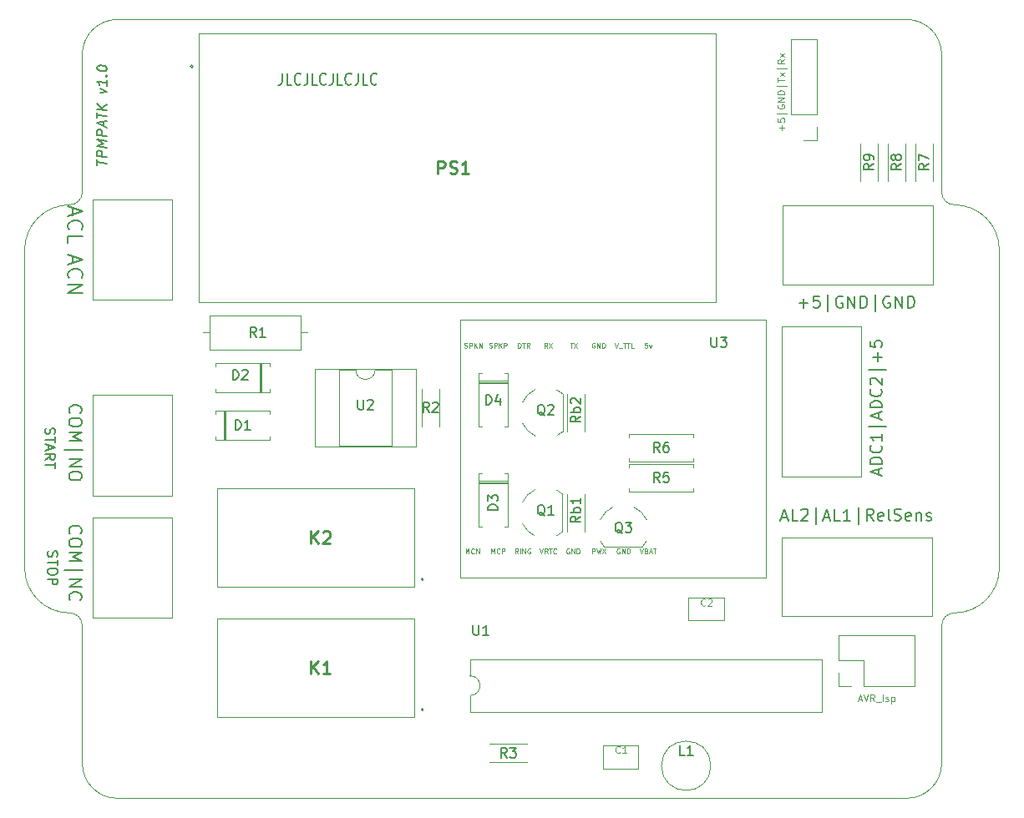
<source format=gbr>
G04 #@! TF.GenerationSoftware,KiCad,Pcbnew,(5.1.5)-3*
G04 #@! TF.CreationDate,2020-06-25T17:10:34+03:00*
G04 #@! TF.ProjectId,genv01_2,67656e76-3031-45f3-922e-6b696361645f,rev?*
G04 #@! TF.SameCoordinates,Original*
G04 #@! TF.FileFunction,Legend,Top*
G04 #@! TF.FilePolarity,Positive*
%FSLAX46Y46*%
G04 Gerber Fmt 4.6, Leading zero omitted, Abs format (unit mm)*
G04 Created by KiCad (PCBNEW (5.1.5)-3) date 2020-06-25 17:10:34*
%MOMM*%
%LPD*%
G04 APERTURE LIST*
G04 #@! TA.AperFunction,Profile*
%ADD10C,0.050000*%
G04 #@! TD*
%ADD11C,0.150000*%
%ADD12C,0.100000*%
%ADD13C,0.120000*%
%ADD14C,0.200000*%
%ADD15C,0.254000*%
G04 APERTURE END LIST*
D10*
X110744000Y-54864000D02*
X190754000Y-54864000D01*
X110744000Y-133858000D02*
G75*
G02X107188000Y-130302000I0J3556000D01*
G01*
X107188000Y-130302000D02*
X107188000Y-116332000D01*
X107188000Y-58420000D02*
G75*
G02X110744000Y-54864000I3556000J0D01*
G01*
X194310000Y-72390000D02*
X194310000Y-58420000D01*
X105918000Y-115062000D02*
G75*
G02X101346000Y-110490000I0J4572000D01*
G01*
X200152000Y-110490000D02*
G75*
G02X195580000Y-115062000I-4572000J0D01*
G01*
X190754000Y-54864000D02*
G75*
G02X194310000Y-58420000I0J-3556000D01*
G01*
X194310000Y-116332000D02*
X194310000Y-130302000D01*
X190754000Y-133858000D02*
X110744000Y-133858000D01*
X105918000Y-115062000D02*
G75*
G02X107188000Y-116332000I0J-1270000D01*
G01*
X194310000Y-130302000D02*
G75*
G02X190754000Y-133858000I-3556000J0D01*
G01*
X107188000Y-72390000D02*
X107188000Y-58420000D01*
X107188000Y-72390000D02*
G75*
G02X105918000Y-73660000I-1270000J0D01*
G01*
X195580000Y-73660000D02*
G75*
G02X194310000Y-72390000I0J1270000D01*
G01*
X194310000Y-116332000D02*
G75*
G02X195580000Y-115062000I1270000J0D01*
G01*
D11*
X105961714Y-94787619D02*
X105899809Y-94725714D01*
X105837904Y-94540000D01*
X105837904Y-94416190D01*
X105899809Y-94230476D01*
X106023619Y-94106666D01*
X106147428Y-94044761D01*
X106395047Y-93982857D01*
X106580761Y-93982857D01*
X106828380Y-94044761D01*
X106952190Y-94106666D01*
X107076000Y-94230476D01*
X107137904Y-94416190D01*
X107137904Y-94540000D01*
X107076000Y-94725714D01*
X107014095Y-94787619D01*
X107137904Y-95592380D02*
X107137904Y-95840000D01*
X107076000Y-95963809D01*
X106952190Y-96087619D01*
X106704571Y-96149523D01*
X106271238Y-96149523D01*
X106023619Y-96087619D01*
X105899809Y-95963809D01*
X105837904Y-95840000D01*
X105837904Y-95592380D01*
X105899809Y-95468571D01*
X106023619Y-95344761D01*
X106271238Y-95282857D01*
X106704571Y-95282857D01*
X106952190Y-95344761D01*
X107076000Y-95468571D01*
X107137904Y-95592380D01*
X105837904Y-96706666D02*
X107137904Y-96706666D01*
X106209333Y-97140000D01*
X107137904Y-97573333D01*
X105837904Y-97573333D01*
X105404571Y-98501904D02*
X107261714Y-98501904D01*
X105837904Y-99430476D02*
X107137904Y-99430476D01*
X105837904Y-100173333D01*
X107137904Y-100173333D01*
X107137904Y-101040000D02*
X107137904Y-101287619D01*
X107076000Y-101411428D01*
X106952190Y-101535238D01*
X106704571Y-101597142D01*
X106271238Y-101597142D01*
X106023619Y-101535238D01*
X105899809Y-101411428D01*
X105837904Y-101287619D01*
X105837904Y-101040000D01*
X105899809Y-100916190D01*
X106023619Y-100792380D01*
X106271238Y-100730476D01*
X106704571Y-100730476D01*
X106952190Y-100792380D01*
X107076000Y-100916190D01*
X107137904Y-101040000D01*
X103481238Y-96321809D02*
X103433619Y-96464666D01*
X103433619Y-96702761D01*
X103481238Y-96798000D01*
X103528857Y-96845619D01*
X103624095Y-96893238D01*
X103719333Y-96893238D01*
X103814571Y-96845619D01*
X103862190Y-96798000D01*
X103909809Y-96702761D01*
X103957428Y-96512285D01*
X104005047Y-96417047D01*
X104052666Y-96369428D01*
X104147904Y-96321809D01*
X104243142Y-96321809D01*
X104338380Y-96369428D01*
X104386000Y-96417047D01*
X104433619Y-96512285D01*
X104433619Y-96750380D01*
X104386000Y-96893238D01*
X104433619Y-97178952D02*
X104433619Y-97750380D01*
X103433619Y-97464666D02*
X104433619Y-97464666D01*
X103719333Y-98036095D02*
X103719333Y-98512285D01*
X103433619Y-97940857D02*
X104433619Y-98274190D01*
X103433619Y-98607523D01*
X103433619Y-99512285D02*
X103909809Y-99178952D01*
X103433619Y-98940857D02*
X104433619Y-98940857D01*
X104433619Y-99321809D01*
X104386000Y-99417047D01*
X104338380Y-99464666D01*
X104243142Y-99512285D01*
X104100285Y-99512285D01*
X104005047Y-99464666D01*
X103957428Y-99417047D01*
X103909809Y-99321809D01*
X103909809Y-98940857D01*
X104433619Y-99798000D02*
X104433619Y-100369428D01*
X103433619Y-100083714D02*
X104433619Y-100083714D01*
X106176000Y-78879142D02*
X106176000Y-79593428D01*
X105747428Y-78736285D02*
X107247428Y-79236285D01*
X105747428Y-79736285D01*
X105890285Y-81093428D02*
X105818857Y-81022000D01*
X105747428Y-80807714D01*
X105747428Y-80664857D01*
X105818857Y-80450571D01*
X105961714Y-80307714D01*
X106104571Y-80236285D01*
X106390285Y-80164857D01*
X106604571Y-80164857D01*
X106890285Y-80236285D01*
X107033142Y-80307714D01*
X107176000Y-80450571D01*
X107247428Y-80664857D01*
X107247428Y-80807714D01*
X107176000Y-81022000D01*
X107104571Y-81093428D01*
X105747428Y-81736285D02*
X107247428Y-81736285D01*
X105747428Y-82593428D01*
X107247428Y-82593428D01*
X179845428Y-83651714D02*
X180759714Y-83651714D01*
X180302571Y-84108857D02*
X180302571Y-83194571D01*
X181902571Y-82908857D02*
X181331142Y-82908857D01*
X181274000Y-83480285D01*
X181331142Y-83423142D01*
X181445428Y-83366000D01*
X181731142Y-83366000D01*
X181845428Y-83423142D01*
X181902571Y-83480285D01*
X181959714Y-83594571D01*
X181959714Y-83880285D01*
X181902571Y-83994571D01*
X181845428Y-84051714D01*
X181731142Y-84108857D01*
X181445428Y-84108857D01*
X181331142Y-84051714D01*
X181274000Y-83994571D01*
X182759714Y-84508857D02*
X182759714Y-82794571D01*
X184245428Y-82966000D02*
X184131142Y-82908857D01*
X183959714Y-82908857D01*
X183788285Y-82966000D01*
X183674000Y-83080285D01*
X183616857Y-83194571D01*
X183559714Y-83423142D01*
X183559714Y-83594571D01*
X183616857Y-83823142D01*
X183674000Y-83937428D01*
X183788285Y-84051714D01*
X183959714Y-84108857D01*
X184074000Y-84108857D01*
X184245428Y-84051714D01*
X184302571Y-83994571D01*
X184302571Y-83594571D01*
X184074000Y-83594571D01*
X184816857Y-84108857D02*
X184816857Y-82908857D01*
X185502571Y-84108857D01*
X185502571Y-82908857D01*
X186074000Y-84108857D02*
X186074000Y-82908857D01*
X186359714Y-82908857D01*
X186531142Y-82966000D01*
X186645428Y-83080285D01*
X186702571Y-83194571D01*
X186759714Y-83423142D01*
X186759714Y-83594571D01*
X186702571Y-83823142D01*
X186645428Y-83937428D01*
X186531142Y-84051714D01*
X186359714Y-84108857D01*
X186074000Y-84108857D01*
X187559714Y-84508857D02*
X187559714Y-82794571D01*
X189045428Y-82966000D02*
X188931142Y-82908857D01*
X188759714Y-82908857D01*
X188588285Y-82966000D01*
X188474000Y-83080285D01*
X188416857Y-83194571D01*
X188359714Y-83423142D01*
X188359714Y-83594571D01*
X188416857Y-83823142D01*
X188474000Y-83937428D01*
X188588285Y-84051714D01*
X188759714Y-84108857D01*
X188874000Y-84108857D01*
X189045428Y-84051714D01*
X189102571Y-83994571D01*
X189102571Y-83594571D01*
X188874000Y-83594571D01*
X189616857Y-84108857D02*
X189616857Y-82908857D01*
X190302571Y-84108857D01*
X190302571Y-82908857D01*
X190874000Y-84108857D02*
X190874000Y-82908857D01*
X191159714Y-82908857D01*
X191331142Y-82966000D01*
X191445428Y-83080285D01*
X191502571Y-83194571D01*
X191559714Y-83423142D01*
X191559714Y-83594571D01*
X191502571Y-83823142D01*
X191445428Y-83937428D01*
X191331142Y-84051714D01*
X191159714Y-84108857D01*
X190874000Y-84108857D01*
X187906000Y-101034000D02*
X187906000Y-100462571D01*
X188248857Y-101148285D02*
X187048857Y-100748285D01*
X188248857Y-100348285D01*
X188248857Y-99948285D02*
X187048857Y-99948285D01*
X187048857Y-99662571D01*
X187106000Y-99491142D01*
X187220285Y-99376857D01*
X187334571Y-99319714D01*
X187563142Y-99262571D01*
X187734571Y-99262571D01*
X187963142Y-99319714D01*
X188077428Y-99376857D01*
X188191714Y-99491142D01*
X188248857Y-99662571D01*
X188248857Y-99948285D01*
X188134571Y-98062571D02*
X188191714Y-98119714D01*
X188248857Y-98291142D01*
X188248857Y-98405428D01*
X188191714Y-98576857D01*
X188077428Y-98691142D01*
X187963142Y-98748285D01*
X187734571Y-98805428D01*
X187563142Y-98805428D01*
X187334571Y-98748285D01*
X187220285Y-98691142D01*
X187106000Y-98576857D01*
X187048857Y-98405428D01*
X187048857Y-98291142D01*
X187106000Y-98119714D01*
X187163142Y-98062571D01*
X188248857Y-96919714D02*
X188248857Y-97605428D01*
X188248857Y-97262571D02*
X187048857Y-97262571D01*
X187220285Y-97376857D01*
X187334571Y-97491142D01*
X187391714Y-97605428D01*
X188648857Y-96119714D02*
X186934571Y-96119714D01*
X187906000Y-95319714D02*
X187906000Y-94748285D01*
X188248857Y-95434000D02*
X187048857Y-95034000D01*
X188248857Y-94634000D01*
X188248857Y-94234000D02*
X187048857Y-94234000D01*
X187048857Y-93948285D01*
X187106000Y-93776857D01*
X187220285Y-93662571D01*
X187334571Y-93605428D01*
X187563142Y-93548285D01*
X187734571Y-93548285D01*
X187963142Y-93605428D01*
X188077428Y-93662571D01*
X188191714Y-93776857D01*
X188248857Y-93948285D01*
X188248857Y-94234000D01*
X188134571Y-92348285D02*
X188191714Y-92405428D01*
X188248857Y-92576857D01*
X188248857Y-92691142D01*
X188191714Y-92862571D01*
X188077428Y-92976857D01*
X187963142Y-93034000D01*
X187734571Y-93091142D01*
X187563142Y-93091142D01*
X187334571Y-93034000D01*
X187220285Y-92976857D01*
X187106000Y-92862571D01*
X187048857Y-92691142D01*
X187048857Y-92576857D01*
X187106000Y-92405428D01*
X187163142Y-92348285D01*
X187163142Y-91891142D02*
X187106000Y-91834000D01*
X187048857Y-91719714D01*
X187048857Y-91434000D01*
X187106000Y-91319714D01*
X187163142Y-91262571D01*
X187277428Y-91205428D01*
X187391714Y-91205428D01*
X187563142Y-91262571D01*
X188248857Y-91948285D01*
X188248857Y-91205428D01*
X188648857Y-90405428D02*
X186934571Y-90405428D01*
X187791714Y-89548285D02*
X187791714Y-88634000D01*
X188248857Y-89091142D02*
X187334571Y-89091142D01*
X187048857Y-87491142D02*
X187048857Y-88062571D01*
X187620285Y-88119714D01*
X187563142Y-88062571D01*
X187506000Y-87948285D01*
X187506000Y-87662571D01*
X187563142Y-87548285D01*
X187620285Y-87491142D01*
X187734571Y-87434000D01*
X188020285Y-87434000D01*
X188134571Y-87491142D01*
X188191714Y-87548285D01*
X188248857Y-87662571D01*
X188248857Y-87948285D01*
X188191714Y-88062571D01*
X188134571Y-88119714D01*
X108672380Y-69610032D02*
X108672380Y-69038604D01*
X109672380Y-69449318D02*
X108672380Y-69324318D01*
X109672380Y-68830270D02*
X108672380Y-68705270D01*
X108672380Y-68324318D01*
X108720000Y-68235032D01*
X108767619Y-68193366D01*
X108862857Y-68157651D01*
X109005714Y-68175508D01*
X109100952Y-68235032D01*
X109148571Y-68288604D01*
X109196190Y-68389794D01*
X109196190Y-68770747D01*
X109672380Y-67830270D02*
X108672380Y-67705270D01*
X109386666Y-67461223D01*
X108672380Y-67038604D01*
X109672380Y-67163604D01*
X109672380Y-66687413D02*
X108672380Y-66562413D01*
X108672380Y-66181461D01*
X108720000Y-66092175D01*
X108767619Y-66050508D01*
X108862857Y-66014794D01*
X109005714Y-66032651D01*
X109100952Y-66092175D01*
X109148571Y-66145747D01*
X109196190Y-66246937D01*
X109196190Y-66627889D01*
X109386666Y-65699318D02*
X109386666Y-65223127D01*
X109672380Y-65830270D02*
X108672380Y-65371937D01*
X109672380Y-65163604D01*
X108672380Y-64848127D02*
X108672380Y-64276699D01*
X109672380Y-64687413D02*
X108672380Y-64562413D01*
X109672380Y-64068366D02*
X108672380Y-63943366D01*
X109672380Y-63496937D02*
X109100952Y-63854080D01*
X108672380Y-63371937D02*
X109243809Y-64014794D01*
X109005714Y-62318366D02*
X109672380Y-62163604D01*
X109005714Y-61842175D01*
X109672380Y-61020747D02*
X109672380Y-61592175D01*
X109672380Y-61306461D02*
X108672380Y-61181461D01*
X108815238Y-61294556D01*
X108910476Y-61401699D01*
X108958095Y-61502889D01*
X109577142Y-60580270D02*
X109624761Y-60538604D01*
X109672380Y-60592175D01*
X109624761Y-60633842D01*
X109577142Y-60580270D01*
X109672380Y-60592175D01*
X108672380Y-59800508D02*
X108672380Y-59705270D01*
X108720000Y-59615985D01*
X108767619Y-59574318D01*
X108862857Y-59538604D01*
X109053333Y-59514794D01*
X109291428Y-59544556D01*
X109481904Y-59615985D01*
X109577142Y-59675508D01*
X109624761Y-59729080D01*
X109672380Y-59830270D01*
X109672380Y-59925508D01*
X109624761Y-60014794D01*
X109577142Y-60056461D01*
X109481904Y-60092175D01*
X109291428Y-60115985D01*
X109053333Y-60086223D01*
X108862857Y-60014794D01*
X108767619Y-59955270D01*
X108720000Y-59901699D01*
X108672380Y-59800508D01*
X127460952Y-60302857D02*
X127460952Y-61160000D01*
X127413333Y-61331428D01*
X127318095Y-61445714D01*
X127175238Y-61502857D01*
X127080000Y-61502857D01*
X128413333Y-61502857D02*
X127937142Y-61502857D01*
X127937142Y-60302857D01*
X129318095Y-61388571D02*
X129270476Y-61445714D01*
X129127619Y-61502857D01*
X129032380Y-61502857D01*
X128889523Y-61445714D01*
X128794285Y-61331428D01*
X128746666Y-61217142D01*
X128699047Y-60988571D01*
X128699047Y-60817142D01*
X128746666Y-60588571D01*
X128794285Y-60474285D01*
X128889523Y-60360000D01*
X129032380Y-60302857D01*
X129127619Y-60302857D01*
X129270476Y-60360000D01*
X129318095Y-60417142D01*
X130032380Y-60302857D02*
X130032380Y-61160000D01*
X129984761Y-61331428D01*
X129889523Y-61445714D01*
X129746666Y-61502857D01*
X129651428Y-61502857D01*
X130984761Y-61502857D02*
X130508571Y-61502857D01*
X130508571Y-60302857D01*
X131889523Y-61388571D02*
X131841904Y-61445714D01*
X131699047Y-61502857D01*
X131603809Y-61502857D01*
X131460952Y-61445714D01*
X131365714Y-61331428D01*
X131318095Y-61217142D01*
X131270476Y-60988571D01*
X131270476Y-60817142D01*
X131318095Y-60588571D01*
X131365714Y-60474285D01*
X131460952Y-60360000D01*
X131603809Y-60302857D01*
X131699047Y-60302857D01*
X131841904Y-60360000D01*
X131889523Y-60417142D01*
X132603809Y-60302857D02*
X132603809Y-61160000D01*
X132556190Y-61331428D01*
X132460952Y-61445714D01*
X132318095Y-61502857D01*
X132222857Y-61502857D01*
X133556190Y-61502857D02*
X133080000Y-61502857D01*
X133080000Y-60302857D01*
X134460952Y-61388571D02*
X134413333Y-61445714D01*
X134270476Y-61502857D01*
X134175238Y-61502857D01*
X134032380Y-61445714D01*
X133937142Y-61331428D01*
X133889523Y-61217142D01*
X133841904Y-60988571D01*
X133841904Y-60817142D01*
X133889523Y-60588571D01*
X133937142Y-60474285D01*
X134032380Y-60360000D01*
X134175238Y-60302857D01*
X134270476Y-60302857D01*
X134413333Y-60360000D01*
X134460952Y-60417142D01*
X135175238Y-60302857D02*
X135175238Y-61160000D01*
X135127619Y-61331428D01*
X135032380Y-61445714D01*
X134889523Y-61502857D01*
X134794285Y-61502857D01*
X136127619Y-61502857D02*
X135651428Y-61502857D01*
X135651428Y-60302857D01*
X137032380Y-61388571D02*
X136984761Y-61445714D01*
X136841904Y-61502857D01*
X136746666Y-61502857D01*
X136603809Y-61445714D01*
X136508571Y-61331428D01*
X136460952Y-61217142D01*
X136413333Y-60988571D01*
X136413333Y-60817142D01*
X136460952Y-60588571D01*
X136508571Y-60474285D01*
X136603809Y-60360000D01*
X136746666Y-60302857D01*
X136841904Y-60302857D01*
X136984761Y-60360000D01*
X137032380Y-60417142D01*
X178074000Y-105356000D02*
X178645428Y-105356000D01*
X177959714Y-105698857D02*
X178359714Y-104498857D01*
X178759714Y-105698857D01*
X179731142Y-105698857D02*
X179159714Y-105698857D01*
X179159714Y-104498857D01*
X180074000Y-104613142D02*
X180131142Y-104556000D01*
X180245428Y-104498857D01*
X180531142Y-104498857D01*
X180645428Y-104556000D01*
X180702571Y-104613142D01*
X180759714Y-104727428D01*
X180759714Y-104841714D01*
X180702571Y-105013142D01*
X180016857Y-105698857D01*
X180759714Y-105698857D01*
X181559714Y-106098857D02*
X181559714Y-104384571D01*
X182359714Y-105356000D02*
X182931142Y-105356000D01*
X182245428Y-105698857D02*
X182645428Y-104498857D01*
X183045428Y-105698857D01*
X184016857Y-105698857D02*
X183445428Y-105698857D01*
X183445428Y-104498857D01*
X185045428Y-105698857D02*
X184359714Y-105698857D01*
X184702571Y-105698857D02*
X184702571Y-104498857D01*
X184588285Y-104670285D01*
X184474000Y-104784571D01*
X184359714Y-104841714D01*
X185845428Y-106098857D02*
X185845428Y-104384571D01*
X187388285Y-105698857D02*
X186988285Y-105127428D01*
X186702571Y-105698857D02*
X186702571Y-104498857D01*
X187159714Y-104498857D01*
X187274000Y-104556000D01*
X187331142Y-104613142D01*
X187388285Y-104727428D01*
X187388285Y-104898857D01*
X187331142Y-105013142D01*
X187274000Y-105070285D01*
X187159714Y-105127428D01*
X186702571Y-105127428D01*
X188359714Y-105641714D02*
X188245428Y-105698857D01*
X188016857Y-105698857D01*
X187902571Y-105641714D01*
X187845428Y-105527428D01*
X187845428Y-105070285D01*
X187902571Y-104956000D01*
X188016857Y-104898857D01*
X188245428Y-104898857D01*
X188359714Y-104956000D01*
X188416857Y-105070285D01*
X188416857Y-105184571D01*
X187845428Y-105298857D01*
X189102571Y-105698857D02*
X188988285Y-105641714D01*
X188931142Y-105527428D01*
X188931142Y-104498857D01*
X189502571Y-105641714D02*
X189674000Y-105698857D01*
X189959714Y-105698857D01*
X190074000Y-105641714D01*
X190131142Y-105584571D01*
X190188285Y-105470285D01*
X190188285Y-105356000D01*
X190131142Y-105241714D01*
X190074000Y-105184571D01*
X189959714Y-105127428D01*
X189731142Y-105070285D01*
X189616857Y-105013142D01*
X189559714Y-104956000D01*
X189502571Y-104841714D01*
X189502571Y-104727428D01*
X189559714Y-104613142D01*
X189616857Y-104556000D01*
X189731142Y-104498857D01*
X190016857Y-104498857D01*
X190188285Y-104556000D01*
X191159714Y-105641714D02*
X191045428Y-105698857D01*
X190816857Y-105698857D01*
X190702571Y-105641714D01*
X190645428Y-105527428D01*
X190645428Y-105070285D01*
X190702571Y-104956000D01*
X190816857Y-104898857D01*
X191045428Y-104898857D01*
X191159714Y-104956000D01*
X191216857Y-105070285D01*
X191216857Y-105184571D01*
X190645428Y-105298857D01*
X191731142Y-104898857D02*
X191731142Y-105698857D01*
X191731142Y-105013142D02*
X191788285Y-104956000D01*
X191902571Y-104898857D01*
X192074000Y-104898857D01*
X192188285Y-104956000D01*
X192245428Y-105070285D01*
X192245428Y-105698857D01*
X192759714Y-105641714D02*
X192874000Y-105698857D01*
X193102571Y-105698857D01*
X193216857Y-105641714D01*
X193274000Y-105527428D01*
X193274000Y-105470285D01*
X193216857Y-105356000D01*
X193102571Y-105298857D01*
X192931142Y-105298857D01*
X192816857Y-105241714D01*
X192759714Y-105127428D01*
X192759714Y-105070285D01*
X192816857Y-104956000D01*
X192931142Y-104898857D01*
X193102571Y-104898857D01*
X193216857Y-104956000D01*
D12*
X185856000Y-123814666D02*
X186189333Y-123814666D01*
X185789333Y-124014666D02*
X186022666Y-123314666D01*
X186256000Y-124014666D01*
X186389333Y-123314666D02*
X186622666Y-124014666D01*
X186856000Y-123314666D01*
X187489333Y-124014666D02*
X187256000Y-123681333D01*
X187089333Y-124014666D02*
X187089333Y-123314666D01*
X187356000Y-123314666D01*
X187422666Y-123348000D01*
X187456000Y-123381333D01*
X187489333Y-123448000D01*
X187489333Y-123548000D01*
X187456000Y-123614666D01*
X187422666Y-123648000D01*
X187356000Y-123681333D01*
X187089333Y-123681333D01*
X187622666Y-124081333D02*
X188156000Y-124081333D01*
X188322666Y-124014666D02*
X188322666Y-123314666D01*
X188622666Y-123981333D02*
X188689333Y-124014666D01*
X188822666Y-124014666D01*
X188889333Y-123981333D01*
X188922666Y-123914666D01*
X188922666Y-123881333D01*
X188889333Y-123814666D01*
X188822666Y-123781333D01*
X188722666Y-123781333D01*
X188656000Y-123748000D01*
X188622666Y-123681333D01*
X188622666Y-123648000D01*
X188656000Y-123581333D01*
X188722666Y-123548000D01*
X188822666Y-123548000D01*
X188889333Y-123581333D01*
X189222666Y-123548000D02*
X189222666Y-124248000D01*
X189222666Y-123581333D02*
X189289333Y-123548000D01*
X189422666Y-123548000D01*
X189489333Y-123581333D01*
X189522666Y-123614666D01*
X189556000Y-123681333D01*
X189556000Y-123881333D01*
X189522666Y-123948000D01*
X189489333Y-123981333D01*
X189422666Y-124014666D01*
X189289333Y-124014666D01*
X189222666Y-123981333D01*
X178104000Y-66080000D02*
X178104000Y-65546666D01*
X178370666Y-65813333D02*
X177837333Y-65813333D01*
X177670666Y-64880000D02*
X177670666Y-65213333D01*
X178004000Y-65246666D01*
X177970666Y-65213333D01*
X177937333Y-65146666D01*
X177937333Y-64980000D01*
X177970666Y-64913333D01*
X178004000Y-64880000D01*
X178070666Y-64846666D01*
X178237333Y-64846666D01*
X178304000Y-64880000D01*
X178337333Y-64913333D01*
X178370666Y-64980000D01*
X178370666Y-65146666D01*
X178337333Y-65213333D01*
X178304000Y-65246666D01*
X178604000Y-64380000D02*
X177604000Y-64380000D01*
X177704000Y-63513333D02*
X177670666Y-63580000D01*
X177670666Y-63680000D01*
X177704000Y-63780000D01*
X177770666Y-63846666D01*
X177837333Y-63880000D01*
X177970666Y-63913333D01*
X178070666Y-63913333D01*
X178204000Y-63880000D01*
X178270666Y-63846666D01*
X178337333Y-63780000D01*
X178370666Y-63680000D01*
X178370666Y-63613333D01*
X178337333Y-63513333D01*
X178304000Y-63480000D01*
X178070666Y-63480000D01*
X178070666Y-63613333D01*
X178370666Y-63180000D02*
X177670666Y-63180000D01*
X178370666Y-62780000D01*
X177670666Y-62780000D01*
X178370666Y-62446666D02*
X177670666Y-62446666D01*
X177670666Y-62280000D01*
X177704000Y-62180000D01*
X177770666Y-62113333D01*
X177837333Y-62080000D01*
X177970666Y-62046666D01*
X178070666Y-62046666D01*
X178204000Y-62080000D01*
X178270666Y-62113333D01*
X178337333Y-62180000D01*
X178370666Y-62280000D01*
X178370666Y-62446666D01*
X178604000Y-61580000D02*
X177604000Y-61580000D01*
X177670666Y-61180000D02*
X177670666Y-60780000D01*
X178370666Y-60980000D02*
X177670666Y-60980000D01*
X178370666Y-60613333D02*
X177904000Y-60246666D01*
X177904000Y-60613333D02*
X178370666Y-60246666D01*
X178604000Y-59813333D02*
X177604000Y-59813333D01*
X178370666Y-58913333D02*
X178037333Y-59146666D01*
X178370666Y-59313333D02*
X177670666Y-59313333D01*
X177670666Y-59046666D01*
X177704000Y-58980000D01*
X177737333Y-58946666D01*
X177804000Y-58913333D01*
X177904000Y-58913333D01*
X177970666Y-58946666D01*
X178004000Y-58980000D01*
X178037333Y-59046666D01*
X178037333Y-59313333D01*
X178370666Y-58680000D02*
X177904000Y-58313333D01*
X177904000Y-58680000D02*
X178370666Y-58313333D01*
D11*
X105961714Y-107010571D02*
X105899809Y-106948666D01*
X105837904Y-106762952D01*
X105837904Y-106639142D01*
X105899809Y-106453428D01*
X106023619Y-106329619D01*
X106147428Y-106267714D01*
X106395047Y-106205809D01*
X106580761Y-106205809D01*
X106828380Y-106267714D01*
X106952190Y-106329619D01*
X107076000Y-106453428D01*
X107137904Y-106639142D01*
X107137904Y-106762952D01*
X107076000Y-106948666D01*
X107014095Y-107010571D01*
X107137904Y-107815333D02*
X107137904Y-108062952D01*
X107076000Y-108186761D01*
X106952190Y-108310571D01*
X106704571Y-108372476D01*
X106271238Y-108372476D01*
X106023619Y-108310571D01*
X105899809Y-108186761D01*
X105837904Y-108062952D01*
X105837904Y-107815333D01*
X105899809Y-107691523D01*
X106023619Y-107567714D01*
X106271238Y-107505809D01*
X106704571Y-107505809D01*
X106952190Y-107567714D01*
X107076000Y-107691523D01*
X107137904Y-107815333D01*
X105837904Y-108929619D02*
X107137904Y-108929619D01*
X106209333Y-109362952D01*
X107137904Y-109796285D01*
X105837904Y-109796285D01*
X105404571Y-110724857D02*
X107261714Y-110724857D01*
X105837904Y-111653428D02*
X107137904Y-111653428D01*
X105837904Y-112396285D01*
X107137904Y-112396285D01*
X105961714Y-113758190D02*
X105899809Y-113696285D01*
X105837904Y-113510571D01*
X105837904Y-113386761D01*
X105899809Y-113201047D01*
X106023619Y-113077238D01*
X106147428Y-113015333D01*
X106395047Y-112953428D01*
X106580761Y-112953428D01*
X106828380Y-113015333D01*
X106952190Y-113077238D01*
X107076000Y-113201047D01*
X107137904Y-113386761D01*
X107137904Y-113510571D01*
X107076000Y-113696285D01*
X107014095Y-113758190D01*
X103735238Y-108799523D02*
X103687619Y-108942380D01*
X103687619Y-109180476D01*
X103735238Y-109275714D01*
X103782857Y-109323333D01*
X103878095Y-109370952D01*
X103973333Y-109370952D01*
X104068571Y-109323333D01*
X104116190Y-109275714D01*
X104163809Y-109180476D01*
X104211428Y-108990000D01*
X104259047Y-108894761D01*
X104306666Y-108847142D01*
X104401904Y-108799523D01*
X104497142Y-108799523D01*
X104592380Y-108847142D01*
X104640000Y-108894761D01*
X104687619Y-108990000D01*
X104687619Y-109228095D01*
X104640000Y-109370952D01*
X104687619Y-109656666D02*
X104687619Y-110228095D01*
X103687619Y-109942380D02*
X104687619Y-109942380D01*
X104687619Y-110751904D02*
X104687619Y-110942380D01*
X104640000Y-111037619D01*
X104544761Y-111132857D01*
X104354285Y-111180476D01*
X104020952Y-111180476D01*
X103830476Y-111132857D01*
X103735238Y-111037619D01*
X103687619Y-110942380D01*
X103687619Y-110751904D01*
X103735238Y-110656666D01*
X103830476Y-110561428D01*
X104020952Y-110513809D01*
X104354285Y-110513809D01*
X104544761Y-110561428D01*
X104640000Y-110656666D01*
X104687619Y-110751904D01*
X103687619Y-111609047D02*
X104687619Y-111609047D01*
X104687619Y-111990000D01*
X104640000Y-112085238D01*
X104592380Y-112132857D01*
X104497142Y-112180476D01*
X104354285Y-112180476D01*
X104259047Y-112132857D01*
X104211428Y-112085238D01*
X104163809Y-111990000D01*
X104163809Y-111609047D01*
X106176000Y-73977714D02*
X106176000Y-74692000D01*
X105747428Y-73834857D02*
X107247428Y-74334857D01*
X105747428Y-74834857D01*
X105890285Y-76192000D02*
X105818857Y-76120571D01*
X105747428Y-75906285D01*
X105747428Y-75763428D01*
X105818857Y-75549142D01*
X105961714Y-75406285D01*
X106104571Y-75334857D01*
X106390285Y-75263428D01*
X106604571Y-75263428D01*
X106890285Y-75334857D01*
X107033142Y-75406285D01*
X107176000Y-75549142D01*
X107247428Y-75763428D01*
X107247428Y-75906285D01*
X107176000Y-76120571D01*
X107104571Y-76192000D01*
X105747428Y-77549142D02*
X105747428Y-76834857D01*
X107247428Y-76834857D01*
D10*
X101346000Y-78232000D02*
G75*
G02X105918000Y-73660000I4572000J0D01*
G01*
X200152000Y-78232000D02*
X200152000Y-110490000D01*
X101346000Y-78232000D02*
X101346000Y-110490000D01*
X195580000Y-73660000D02*
G75*
G02X200152000Y-78232000I0J-4572000D01*
G01*
D13*
G04 #@! TO.C,C2*
X172256000Y-113524000D02*
X172256000Y-115824000D01*
X168656000Y-113524000D02*
X168656000Y-115824000D01*
X168656000Y-113524000D02*
X172256000Y-113524000D01*
X168656000Y-115824000D02*
X172256000Y-115824000D01*
G04 #@! TO.C,C1*
X159976000Y-130824000D02*
X159976000Y-128524000D01*
X163576000Y-130824000D02*
X163576000Y-128524000D01*
X163576000Y-130824000D02*
X159976000Y-130824000D01*
X163576000Y-128524000D02*
X159976000Y-128524000D01*
G04 #@! TO.C,J2*
X186118000Y-101219000D02*
X186118000Y-85979000D01*
X178118000Y-85979000D02*
X178118000Y-101219000D01*
X178118000Y-85979000D02*
X186118000Y-85979000D01*
X178118000Y-101219000D02*
X186118000Y-101219000D01*
G04 #@! TO.C,J3*
X193357500Y-107379000D02*
X178117500Y-107379000D01*
X178117500Y-115379000D02*
X193357500Y-115379000D01*
X178117500Y-115379000D02*
X178117500Y-107379000D01*
X193357500Y-115379000D02*
X193357500Y-107379000D01*
G04 #@! TO.C,J1*
X193421000Y-73724000D02*
X178181000Y-73724000D01*
X178181000Y-81724000D02*
X193421000Y-81724000D01*
X178181000Y-81724000D02*
X178181000Y-73724000D01*
X193421000Y-81724000D02*
X193421000Y-73724000D01*
G04 #@! TO.C,U3*
X176530000Y-111504000D02*
X176530000Y-85344000D01*
X145530000Y-111504000D02*
X176530000Y-111504000D01*
X145530000Y-85344000D02*
X145530000Y-111504000D01*
X176530000Y-85344000D02*
X145530000Y-85344000D01*
G04 #@! TO.C,Rb1*
X158146000Y-106822000D02*
X158146000Y-102982000D01*
X156306000Y-106822000D02*
X156306000Y-102982000D01*
G04 #@! TO.C,Rb2*
X156306000Y-92822000D02*
X156306000Y-96662000D01*
X158146000Y-92822000D02*
X158146000Y-96662000D01*
G04 #@! TO.C,J8*
X108268000Y-105390000D02*
X108268000Y-105650000D01*
X116268000Y-105650000D02*
X116268000Y-105390000D01*
X116268000Y-105650000D02*
X116268000Y-115570000D01*
X108268000Y-105650000D02*
X108268000Y-115570000D01*
X108268000Y-105390000D02*
X116268000Y-105390000D01*
X108268000Y-115570000D02*
X116268000Y-115570000D01*
G04 #@! TO.C,R2*
X141574000Y-92314000D02*
X141574000Y-96154000D01*
X143414000Y-92314000D02*
X143414000Y-96154000D01*
D12*
G04 #@! TO.C,K2*
X140868000Y-102442000D02*
X120868000Y-102442000D01*
X120868000Y-102442000D02*
X120868000Y-112442000D01*
X120868000Y-112442000D02*
X140868000Y-112442000D01*
X140868000Y-112442000D02*
X140868000Y-102442000D01*
D14*
X141668000Y-111742000D02*
X141668000Y-111742000D01*
X141668000Y-111542000D02*
X141668000Y-111542000D01*
X141668000Y-111542000D02*
G75*
G03X141668000Y-111742000I0J-100000D01*
G01*
X141668000Y-111742000D02*
G75*
G03X141668000Y-111542000I0J100000D01*
G01*
D13*
G04 #@! TO.C,R1*
X119404000Y-86614000D02*
X120094000Y-86614000D01*
X130024000Y-86614000D02*
X129334000Y-86614000D01*
X120094000Y-88334000D02*
X129334000Y-88334000D01*
X120094000Y-84894000D02*
X120094000Y-88334000D01*
X129334000Y-84894000D02*
X120094000Y-84894000D01*
X129334000Y-88334000D02*
X129334000Y-84894000D01*
G04 #@! TO.C,J6*
X108268000Y-73132000D02*
X108268000Y-73392000D01*
X116268000Y-73392000D02*
X116268000Y-73132000D01*
X116268000Y-73392000D02*
X116268000Y-83312000D01*
X108268000Y-73392000D02*
X108268000Y-83312000D01*
X108268000Y-73132000D02*
X116268000Y-73132000D01*
X108268000Y-83312000D02*
X116268000Y-83312000D01*
G04 #@! TO.C,R9*
X187864000Y-71262000D02*
X187864000Y-67422000D01*
X186024000Y-71262000D02*
X186024000Y-67422000D01*
G04 #@! TO.C,R8*
X190658000Y-71262000D02*
X190658000Y-67422000D01*
X188818000Y-71262000D02*
X188818000Y-67422000D01*
G04 #@! TO.C,D1*
X121504000Y-94542000D02*
X121504000Y-97482000D01*
X121744000Y-94542000D02*
X121744000Y-97482000D01*
X121624000Y-94542000D02*
X121624000Y-97482000D01*
X126164000Y-97482000D02*
X126164000Y-97152000D01*
X120724000Y-97482000D02*
X126164000Y-97482000D01*
X120724000Y-97152000D02*
X120724000Y-97482000D01*
X126164000Y-94542000D02*
X126164000Y-94872000D01*
X120724000Y-94542000D02*
X126164000Y-94542000D01*
X120724000Y-94872000D02*
X120724000Y-94542000D01*
G04 #@! TO.C,U2*
X141030000Y-90304000D02*
X130750000Y-90304000D01*
X141030000Y-98164000D02*
X141030000Y-90304000D01*
X130750000Y-98164000D02*
X141030000Y-98164000D01*
X130750000Y-90304000D02*
X130750000Y-98164000D01*
X138540000Y-90364000D02*
X136890000Y-90364000D01*
X138540000Y-98104000D02*
X138540000Y-90364000D01*
X133240000Y-98104000D02*
X138540000Y-98104000D01*
X133240000Y-90364000D02*
X133240000Y-98104000D01*
X134890000Y-90364000D02*
X133240000Y-90364000D01*
X136890000Y-90364000D02*
G75*
G02X134890000Y-90364000I-1000000J0D01*
G01*
G04 #@! TO.C,R7*
X191612000Y-67422000D02*
X191612000Y-71262000D01*
X193452000Y-67422000D02*
X193452000Y-71262000D01*
D12*
G04 #@! TO.C,PS1*
X118980000Y-83513500D02*
X171380000Y-83513500D01*
X171380000Y-83513500D02*
X171380000Y-56313500D01*
X171380000Y-56313500D02*
X118980000Y-56313500D01*
X118980000Y-56313500D02*
X118980000Y-83513500D01*
D14*
X118280000Y-59513500D02*
X118280000Y-59513500D01*
X118280000Y-59713500D02*
X118280000Y-59713500D01*
X118280000Y-59713500D02*
G75*
G03X118280000Y-59513500I0J100000D01*
G01*
X118280000Y-59513500D02*
G75*
G03X118280000Y-59713500I0J-100000D01*
G01*
D13*
G04 #@! TO.C,R6*
X169132000Y-99668000D02*
X169132000Y-99338000D01*
X162592000Y-99668000D02*
X169132000Y-99668000D01*
X162592000Y-99338000D02*
X162592000Y-99668000D01*
X169132000Y-96928000D02*
X169132000Y-97258000D01*
X162592000Y-96928000D02*
X169132000Y-96928000D01*
X162592000Y-97258000D02*
X162592000Y-96928000D01*
G04 #@! TO.C,R3*
X148448000Y-130206000D02*
X152288000Y-130206000D01*
X148448000Y-128366000D02*
X152288000Y-128366000D01*
G04 #@! TO.C,J7*
X116268000Y-103144000D02*
X116268000Y-102884000D01*
X108268000Y-102884000D02*
X108268000Y-103144000D01*
X108268000Y-102884000D02*
X108268000Y-92964000D01*
X116268000Y-102884000D02*
X116268000Y-92964000D01*
X116268000Y-103144000D02*
X108268000Y-103144000D01*
X116268000Y-92964000D02*
X108268000Y-92964000D01*
G04 #@! TO.C,Q2*
X155290264Y-92439617D02*
G75*
G02X155878000Y-92832000I-1112264J-2302383D01*
G01*
X153088487Y-92405537D02*
G75*
G03X151828000Y-93682000I1089513J-2336463D01*
G01*
X153083214Y-97089775D02*
G75*
G02X151828000Y-95832000I1094786J2347775D01*
G01*
X155300045Y-97064631D02*
G75*
G03X155878000Y-96682000I-1122045J2322631D01*
G01*
X155878000Y-96682000D02*
X155878000Y-92832000D01*
G04 #@! TO.C,Q1*
X155274264Y-102599617D02*
G75*
G02X155862000Y-102992000I-1112264J-2302383D01*
G01*
X153072487Y-102565537D02*
G75*
G03X151812000Y-103842000I1089513J-2336463D01*
G01*
X153067214Y-107249775D02*
G75*
G02X151812000Y-105992000I1094786J2347775D01*
G01*
X155284045Y-107224631D02*
G75*
G03X155862000Y-106842000I-1122045J2322631D01*
G01*
X155862000Y-106842000D02*
X155862000Y-102992000D01*
G04 #@! TO.C,L1*
X170902000Y-130556000D02*
G75*
G03X170902000Y-130556000I-2500000J0D01*
G01*
G04 #@! TO.C,J4*
X181670000Y-67116000D02*
X180340000Y-67116000D01*
X181670000Y-65786000D02*
X181670000Y-67116000D01*
X181670000Y-64516000D02*
X179010000Y-64516000D01*
X179010000Y-64516000D02*
X179010000Y-56836000D01*
X181670000Y-64516000D02*
X181670000Y-56836000D01*
X181670000Y-56836000D02*
X179010000Y-56836000D01*
G04 #@! TO.C,D3*
X150298000Y-101692000D02*
X147358000Y-101692000D01*
X150298000Y-101932000D02*
X147358000Y-101932000D01*
X150298000Y-101812000D02*
X147358000Y-101812000D01*
X147358000Y-106352000D02*
X147688000Y-106352000D01*
X147358000Y-100912000D02*
X147358000Y-106352000D01*
X147688000Y-100912000D02*
X147358000Y-100912000D01*
X150298000Y-106352000D02*
X149968000Y-106352000D01*
X150298000Y-100912000D02*
X150298000Y-106352000D01*
X149968000Y-100912000D02*
X150298000Y-100912000D01*
G04 #@! TO.C,D2*
X125384000Y-92656000D02*
X125384000Y-89716000D01*
X125144000Y-92656000D02*
X125144000Y-89716000D01*
X125264000Y-92656000D02*
X125264000Y-89716000D01*
X120724000Y-89716000D02*
X120724000Y-90046000D01*
X126164000Y-89716000D02*
X120724000Y-89716000D01*
X126164000Y-90046000D02*
X126164000Y-89716000D01*
X120724000Y-92656000D02*
X120724000Y-92326000D01*
X126164000Y-92656000D02*
X120724000Y-92656000D01*
X126164000Y-92326000D02*
X126164000Y-92656000D01*
D12*
G04 #@! TO.C,K1*
X140868000Y-115650000D02*
X120868000Y-115650000D01*
X120868000Y-115650000D02*
X120868000Y-125650000D01*
X120868000Y-125650000D02*
X140868000Y-125650000D01*
X140868000Y-125650000D02*
X140868000Y-115650000D01*
D14*
X141668000Y-124950000D02*
X141668000Y-124950000D01*
X141668000Y-124750000D02*
X141668000Y-124750000D01*
X141668000Y-124750000D02*
G75*
G03X141668000Y-124950000I0J-100000D01*
G01*
X141668000Y-124950000D02*
G75*
G03X141668000Y-124750000I0J100000D01*
G01*
D13*
G04 #@! TO.C,Q3*
X164354383Y-107792264D02*
G75*
G02X163962000Y-108380000I-2302383J1112264D01*
G01*
X164388463Y-105590487D02*
G75*
G03X163112000Y-104330000I-2336463J-1089513D01*
G01*
X159704225Y-105585214D02*
G75*
G02X160962000Y-104330000I2347775J-1094786D01*
G01*
X159729369Y-107802045D02*
G75*
G03X160112000Y-108380000I2322631J1122045D01*
G01*
X160112000Y-108380000D02*
X163962000Y-108380000D01*
G04 #@! TO.C,J5*
X183836000Y-122488000D02*
X183836000Y-121158000D01*
X185166000Y-122488000D02*
X183836000Y-122488000D01*
X183836000Y-119888000D02*
X183836000Y-117288000D01*
X186436000Y-119888000D02*
X183836000Y-119888000D01*
X186436000Y-122488000D02*
X186436000Y-119888000D01*
X183836000Y-117288000D02*
X191576000Y-117288000D01*
X186436000Y-122488000D02*
X191576000Y-122488000D01*
X191576000Y-122488000D02*
X191576000Y-117288000D01*
G04 #@! TO.C,D4*
X150314000Y-91532000D02*
X147374000Y-91532000D01*
X150314000Y-91772000D02*
X147374000Y-91772000D01*
X150314000Y-91652000D02*
X147374000Y-91652000D01*
X147374000Y-96192000D02*
X147704000Y-96192000D01*
X147374000Y-90752000D02*
X147374000Y-96192000D01*
X147704000Y-90752000D02*
X147374000Y-90752000D01*
X150314000Y-96192000D02*
X149984000Y-96192000D01*
X150314000Y-90752000D02*
X150314000Y-96192000D01*
X149984000Y-90752000D02*
X150314000Y-90752000D01*
G04 #@! TO.C,R5*
X169132000Y-102716000D02*
X169132000Y-102386000D01*
X162592000Y-102716000D02*
X169132000Y-102716000D01*
X162592000Y-102386000D02*
X162592000Y-102716000D01*
X169132000Y-99976000D02*
X169132000Y-100306000D01*
X162592000Y-99976000D02*
X169132000Y-99976000D01*
X162592000Y-100306000D02*
X162592000Y-99976000D01*
G04 #@! TO.C,U1*
X146498000Y-119778000D02*
X146498000Y-121428000D01*
X182178000Y-119778000D02*
X146498000Y-119778000D01*
X182178000Y-125078000D02*
X182178000Y-119778000D01*
X146498000Y-125078000D02*
X182178000Y-125078000D01*
X146498000Y-123428000D02*
X146498000Y-125078000D01*
X146498000Y-121428000D02*
G75*
G02X146498000Y-123428000I0J-1000000D01*
G01*
G04 #@! TD*
G04 #@! TO.C,C2*
D12*
X170343333Y-114260000D02*
X170310000Y-114293333D01*
X170210000Y-114326666D01*
X170143333Y-114326666D01*
X170043333Y-114293333D01*
X169976666Y-114226666D01*
X169943333Y-114160000D01*
X169910000Y-114026666D01*
X169910000Y-113926666D01*
X169943333Y-113793333D01*
X169976666Y-113726666D01*
X170043333Y-113660000D01*
X170143333Y-113626666D01*
X170210000Y-113626666D01*
X170310000Y-113660000D01*
X170343333Y-113693333D01*
X170610000Y-113693333D02*
X170643333Y-113660000D01*
X170710000Y-113626666D01*
X170876666Y-113626666D01*
X170943333Y-113660000D01*
X170976666Y-113693333D01*
X171010000Y-113760000D01*
X171010000Y-113826666D01*
X170976666Y-113926666D01*
X170576666Y-114326666D01*
X171010000Y-114326666D01*
G04 #@! TO.C,C1*
X161683333Y-129200000D02*
X161650000Y-129233333D01*
X161550000Y-129266666D01*
X161483333Y-129266666D01*
X161383333Y-129233333D01*
X161316666Y-129166666D01*
X161283333Y-129100000D01*
X161250000Y-128966666D01*
X161250000Y-128866666D01*
X161283333Y-128733333D01*
X161316666Y-128666666D01*
X161383333Y-128600000D01*
X161483333Y-128566666D01*
X161550000Y-128566666D01*
X161650000Y-128600000D01*
X161683333Y-128633333D01*
X162350000Y-129266666D02*
X161950000Y-129266666D01*
X162150000Y-129266666D02*
X162150000Y-128566666D01*
X162083333Y-128666666D01*
X162016666Y-128733333D01*
X161950000Y-128766666D01*
G04 #@! TO.C,U3*
D11*
X170942095Y-87082380D02*
X170942095Y-87891904D01*
X170989714Y-87987142D01*
X171037333Y-88034761D01*
X171132571Y-88082380D01*
X171323047Y-88082380D01*
X171418285Y-88034761D01*
X171465904Y-87987142D01*
X171513523Y-87891904D01*
X171513523Y-87082380D01*
X171894476Y-87082380D02*
X172513523Y-87082380D01*
X172180190Y-87463333D01*
X172323047Y-87463333D01*
X172418285Y-87510952D01*
X172465904Y-87558571D01*
X172513523Y-87653809D01*
X172513523Y-87891904D01*
X172465904Y-87987142D01*
X172418285Y-88034761D01*
X172323047Y-88082380D01*
X172037333Y-88082380D01*
X171942095Y-88034761D01*
X171894476Y-87987142D01*
D12*
X163708571Y-108530190D02*
X163875238Y-109030190D01*
X164041904Y-108530190D01*
X164375238Y-108768285D02*
X164446666Y-108792095D01*
X164470476Y-108815904D01*
X164494285Y-108863523D01*
X164494285Y-108934952D01*
X164470476Y-108982571D01*
X164446666Y-109006380D01*
X164399047Y-109030190D01*
X164208571Y-109030190D01*
X164208571Y-108530190D01*
X164375238Y-108530190D01*
X164422857Y-108554000D01*
X164446666Y-108577809D01*
X164470476Y-108625428D01*
X164470476Y-108673047D01*
X164446666Y-108720666D01*
X164422857Y-108744476D01*
X164375238Y-108768285D01*
X164208571Y-108768285D01*
X164684761Y-108887333D02*
X164922857Y-108887333D01*
X164637142Y-109030190D02*
X164803809Y-108530190D01*
X164970476Y-109030190D01*
X165065714Y-108530190D02*
X165351428Y-108530190D01*
X165208571Y-109030190D02*
X165208571Y-108530190D01*
X161649047Y-108554000D02*
X161601428Y-108530190D01*
X161530000Y-108530190D01*
X161458571Y-108554000D01*
X161410952Y-108601619D01*
X161387142Y-108649238D01*
X161363333Y-108744476D01*
X161363333Y-108815904D01*
X161387142Y-108911142D01*
X161410952Y-108958761D01*
X161458571Y-109006380D01*
X161530000Y-109030190D01*
X161577619Y-109030190D01*
X161649047Y-109006380D01*
X161672857Y-108982571D01*
X161672857Y-108815904D01*
X161577619Y-108815904D01*
X161887142Y-109030190D02*
X161887142Y-108530190D01*
X162172857Y-109030190D01*
X162172857Y-108530190D01*
X162410952Y-109030190D02*
X162410952Y-108530190D01*
X162530000Y-108530190D01*
X162601428Y-108554000D01*
X162649047Y-108601619D01*
X162672857Y-108649238D01*
X162696666Y-108744476D01*
X162696666Y-108815904D01*
X162672857Y-108911142D01*
X162649047Y-108958761D01*
X162601428Y-109006380D01*
X162530000Y-109030190D01*
X162410952Y-109030190D01*
X158875238Y-109030190D02*
X158875238Y-108530190D01*
X159065714Y-108530190D01*
X159113333Y-108554000D01*
X159137142Y-108577809D01*
X159160952Y-108625428D01*
X159160952Y-108696857D01*
X159137142Y-108744476D01*
X159113333Y-108768285D01*
X159065714Y-108792095D01*
X158875238Y-108792095D01*
X159327619Y-108530190D02*
X159446666Y-109030190D01*
X159541904Y-108673047D01*
X159637142Y-109030190D01*
X159756190Y-108530190D01*
X159899047Y-108530190D02*
X160232380Y-109030190D01*
X160232380Y-108530190D02*
X159899047Y-109030190D01*
X156549047Y-108554000D02*
X156501428Y-108530190D01*
X156430000Y-108530190D01*
X156358571Y-108554000D01*
X156310952Y-108601619D01*
X156287142Y-108649238D01*
X156263333Y-108744476D01*
X156263333Y-108815904D01*
X156287142Y-108911142D01*
X156310952Y-108958761D01*
X156358571Y-109006380D01*
X156430000Y-109030190D01*
X156477619Y-109030190D01*
X156549047Y-109006380D01*
X156572857Y-108982571D01*
X156572857Y-108815904D01*
X156477619Y-108815904D01*
X156787142Y-109030190D02*
X156787142Y-108530190D01*
X157072857Y-109030190D01*
X157072857Y-108530190D01*
X157310952Y-109030190D02*
X157310952Y-108530190D01*
X157430000Y-108530190D01*
X157501428Y-108554000D01*
X157549047Y-108601619D01*
X157572857Y-108649238D01*
X157596666Y-108744476D01*
X157596666Y-108815904D01*
X157572857Y-108911142D01*
X157549047Y-108958761D01*
X157501428Y-109006380D01*
X157430000Y-109030190D01*
X157310952Y-109030190D01*
X153572857Y-108530190D02*
X153739523Y-109030190D01*
X153906190Y-108530190D01*
X154358571Y-109030190D02*
X154191904Y-108792095D01*
X154072857Y-109030190D02*
X154072857Y-108530190D01*
X154263333Y-108530190D01*
X154310952Y-108554000D01*
X154334761Y-108577809D01*
X154358571Y-108625428D01*
X154358571Y-108696857D01*
X154334761Y-108744476D01*
X154310952Y-108768285D01*
X154263333Y-108792095D01*
X154072857Y-108792095D01*
X154501428Y-108530190D02*
X154787142Y-108530190D01*
X154644285Y-109030190D02*
X154644285Y-108530190D01*
X155239523Y-108982571D02*
X155215714Y-109006380D01*
X155144285Y-109030190D01*
X155096666Y-109030190D01*
X155025238Y-109006380D01*
X154977619Y-108958761D01*
X154953809Y-108911142D01*
X154930000Y-108815904D01*
X154930000Y-108744476D01*
X154953809Y-108649238D01*
X154977619Y-108601619D01*
X155025238Y-108554000D01*
X155096666Y-108530190D01*
X155144285Y-108530190D01*
X155215714Y-108554000D01*
X155239523Y-108577809D01*
X151353809Y-109030190D02*
X151187142Y-108792095D01*
X151068095Y-109030190D02*
X151068095Y-108530190D01*
X151258571Y-108530190D01*
X151306190Y-108554000D01*
X151330000Y-108577809D01*
X151353809Y-108625428D01*
X151353809Y-108696857D01*
X151330000Y-108744476D01*
X151306190Y-108768285D01*
X151258571Y-108792095D01*
X151068095Y-108792095D01*
X151568095Y-109030190D02*
X151568095Y-108530190D01*
X151806190Y-109030190D02*
X151806190Y-108530190D01*
X152091904Y-109030190D01*
X152091904Y-108530190D01*
X152591904Y-108554000D02*
X152544285Y-108530190D01*
X152472857Y-108530190D01*
X152401428Y-108554000D01*
X152353809Y-108601619D01*
X152330000Y-108649238D01*
X152306190Y-108744476D01*
X152306190Y-108815904D01*
X152330000Y-108911142D01*
X152353809Y-108958761D01*
X152401428Y-109006380D01*
X152472857Y-109030190D01*
X152520476Y-109030190D01*
X152591904Y-109006380D01*
X152615714Y-108982571D01*
X152615714Y-108815904D01*
X152520476Y-108815904D01*
X148663333Y-109030190D02*
X148663333Y-108530190D01*
X148830000Y-108887333D01*
X148996666Y-108530190D01*
X148996666Y-109030190D01*
X149520476Y-108982571D02*
X149496666Y-109006380D01*
X149425238Y-109030190D01*
X149377619Y-109030190D01*
X149306190Y-109006380D01*
X149258571Y-108958761D01*
X149234761Y-108911142D01*
X149210952Y-108815904D01*
X149210952Y-108744476D01*
X149234761Y-108649238D01*
X149258571Y-108601619D01*
X149306190Y-108554000D01*
X149377619Y-108530190D01*
X149425238Y-108530190D01*
X149496666Y-108554000D01*
X149520476Y-108577809D01*
X149734761Y-109030190D02*
X149734761Y-108530190D01*
X149925238Y-108530190D01*
X149972857Y-108554000D01*
X149996666Y-108577809D01*
X150020476Y-108625428D01*
X150020476Y-108696857D01*
X149996666Y-108744476D01*
X149972857Y-108768285D01*
X149925238Y-108792095D01*
X149734761Y-108792095D01*
X146051428Y-109030190D02*
X146051428Y-108530190D01*
X146218095Y-108887333D01*
X146384761Y-108530190D01*
X146384761Y-109030190D01*
X146908571Y-108982571D02*
X146884761Y-109006380D01*
X146813333Y-109030190D01*
X146765714Y-109030190D01*
X146694285Y-109006380D01*
X146646666Y-108958761D01*
X146622857Y-108911142D01*
X146599047Y-108815904D01*
X146599047Y-108744476D01*
X146622857Y-108649238D01*
X146646666Y-108601619D01*
X146694285Y-108554000D01*
X146765714Y-108530190D01*
X146813333Y-108530190D01*
X146884761Y-108554000D01*
X146908571Y-108577809D01*
X147122857Y-109030190D02*
X147122857Y-108530190D01*
X147408571Y-109030190D01*
X147408571Y-108530190D01*
X145925238Y-88146380D02*
X145996666Y-88170190D01*
X146115714Y-88170190D01*
X146163333Y-88146380D01*
X146187142Y-88122571D01*
X146210952Y-88074952D01*
X146210952Y-88027333D01*
X146187142Y-87979714D01*
X146163333Y-87955904D01*
X146115714Y-87932095D01*
X146020476Y-87908285D01*
X145972857Y-87884476D01*
X145949047Y-87860666D01*
X145925238Y-87813047D01*
X145925238Y-87765428D01*
X145949047Y-87717809D01*
X145972857Y-87694000D01*
X146020476Y-87670190D01*
X146139523Y-87670190D01*
X146210952Y-87694000D01*
X146425238Y-88170190D02*
X146425238Y-87670190D01*
X146615714Y-87670190D01*
X146663333Y-87694000D01*
X146687142Y-87717809D01*
X146710952Y-87765428D01*
X146710952Y-87836857D01*
X146687142Y-87884476D01*
X146663333Y-87908285D01*
X146615714Y-87932095D01*
X146425238Y-87932095D01*
X146925238Y-88170190D02*
X146925238Y-87670190D01*
X147210952Y-88170190D02*
X146996666Y-87884476D01*
X147210952Y-87670190D02*
X146925238Y-87955904D01*
X147425238Y-88170190D02*
X147425238Y-87670190D01*
X147710952Y-88170190D01*
X147710952Y-87670190D01*
X148437142Y-88146380D02*
X148508571Y-88170190D01*
X148627619Y-88170190D01*
X148675238Y-88146380D01*
X148699047Y-88122571D01*
X148722857Y-88074952D01*
X148722857Y-88027333D01*
X148699047Y-87979714D01*
X148675238Y-87955904D01*
X148627619Y-87932095D01*
X148532380Y-87908285D01*
X148484761Y-87884476D01*
X148460952Y-87860666D01*
X148437142Y-87813047D01*
X148437142Y-87765428D01*
X148460952Y-87717809D01*
X148484761Y-87694000D01*
X148532380Y-87670190D01*
X148651428Y-87670190D01*
X148722857Y-87694000D01*
X148937142Y-88170190D02*
X148937142Y-87670190D01*
X149127619Y-87670190D01*
X149175238Y-87694000D01*
X149199047Y-87717809D01*
X149222857Y-87765428D01*
X149222857Y-87836857D01*
X149199047Y-87884476D01*
X149175238Y-87908285D01*
X149127619Y-87932095D01*
X148937142Y-87932095D01*
X149437142Y-88170190D02*
X149437142Y-87670190D01*
X149722857Y-88170190D02*
X149508571Y-87884476D01*
X149722857Y-87670190D02*
X149437142Y-87955904D01*
X149937142Y-88170190D02*
X149937142Y-87670190D01*
X150127619Y-87670190D01*
X150175238Y-87694000D01*
X150199047Y-87717809D01*
X150222857Y-87765428D01*
X150222857Y-87836857D01*
X150199047Y-87884476D01*
X150175238Y-87908285D01*
X150127619Y-87932095D01*
X149937142Y-87932095D01*
X151358571Y-88170190D02*
X151358571Y-87670190D01*
X151477619Y-87670190D01*
X151549047Y-87694000D01*
X151596666Y-87741619D01*
X151620476Y-87789238D01*
X151644285Y-87884476D01*
X151644285Y-87955904D01*
X151620476Y-88051142D01*
X151596666Y-88098761D01*
X151549047Y-88146380D01*
X151477619Y-88170190D01*
X151358571Y-88170190D01*
X151787142Y-87670190D02*
X152072857Y-87670190D01*
X151930000Y-88170190D02*
X151930000Y-87670190D01*
X152525238Y-88170190D02*
X152358571Y-87932095D01*
X152239523Y-88170190D02*
X152239523Y-87670190D01*
X152430000Y-87670190D01*
X152477619Y-87694000D01*
X152501428Y-87717809D01*
X152525238Y-87765428D01*
X152525238Y-87836857D01*
X152501428Y-87884476D01*
X152477619Y-87908285D01*
X152430000Y-87932095D01*
X152239523Y-87932095D01*
X154346666Y-88170190D02*
X154180000Y-87932095D01*
X154060952Y-88170190D02*
X154060952Y-87670190D01*
X154251428Y-87670190D01*
X154299047Y-87694000D01*
X154322857Y-87717809D01*
X154346666Y-87765428D01*
X154346666Y-87836857D01*
X154322857Y-87884476D01*
X154299047Y-87908285D01*
X154251428Y-87932095D01*
X154060952Y-87932095D01*
X154513333Y-87670190D02*
X154846666Y-88170190D01*
X154846666Y-87670190D02*
X154513333Y-88170190D01*
X156649047Y-87670190D02*
X156934761Y-87670190D01*
X156791904Y-88170190D02*
X156791904Y-87670190D01*
X157053809Y-87670190D02*
X157387142Y-88170190D01*
X157387142Y-87670190D02*
X157053809Y-88170190D01*
X159149047Y-87694000D02*
X159101428Y-87670190D01*
X159030000Y-87670190D01*
X158958571Y-87694000D01*
X158910952Y-87741619D01*
X158887142Y-87789238D01*
X158863333Y-87884476D01*
X158863333Y-87955904D01*
X158887142Y-88051142D01*
X158910952Y-88098761D01*
X158958571Y-88146380D01*
X159030000Y-88170190D01*
X159077619Y-88170190D01*
X159149047Y-88146380D01*
X159172857Y-88122571D01*
X159172857Y-87955904D01*
X159077619Y-87955904D01*
X159387142Y-88170190D02*
X159387142Y-87670190D01*
X159672857Y-88170190D01*
X159672857Y-87670190D01*
X159910952Y-88170190D02*
X159910952Y-87670190D01*
X160030000Y-87670190D01*
X160101428Y-87694000D01*
X160149047Y-87741619D01*
X160172857Y-87789238D01*
X160196666Y-87884476D01*
X160196666Y-87955904D01*
X160172857Y-88051142D01*
X160149047Y-88098761D01*
X160101428Y-88146380D01*
X160030000Y-88170190D01*
X159910952Y-88170190D01*
X161189523Y-87670190D02*
X161356190Y-88170190D01*
X161522857Y-87670190D01*
X161570476Y-88217809D02*
X161951428Y-88217809D01*
X161999047Y-87670190D02*
X162284761Y-87670190D01*
X162141904Y-88170190D02*
X162141904Y-87670190D01*
X162380000Y-87670190D02*
X162665714Y-87670190D01*
X162522857Y-88170190D02*
X162522857Y-87670190D01*
X163070476Y-88170190D02*
X162832380Y-88170190D01*
X162832380Y-87670190D01*
X164458571Y-87670190D02*
X164220476Y-87670190D01*
X164196666Y-87908285D01*
X164220476Y-87884476D01*
X164268095Y-87860666D01*
X164387142Y-87860666D01*
X164434761Y-87884476D01*
X164458571Y-87908285D01*
X164482380Y-87955904D01*
X164482380Y-88074952D01*
X164458571Y-88122571D01*
X164434761Y-88146380D01*
X164387142Y-88170190D01*
X164268095Y-88170190D01*
X164220476Y-88146380D01*
X164196666Y-88122571D01*
X164649047Y-87836857D02*
X164768095Y-88170190D01*
X164887142Y-87836857D01*
G04 #@! TO.C,Rb1*
D11*
X157678380Y-105267047D02*
X157202190Y-105600380D01*
X157678380Y-105838476D02*
X156678380Y-105838476D01*
X156678380Y-105457523D01*
X156726000Y-105362285D01*
X156773619Y-105314666D01*
X156868857Y-105267047D01*
X157011714Y-105267047D01*
X157106952Y-105314666D01*
X157154571Y-105362285D01*
X157202190Y-105457523D01*
X157202190Y-105838476D01*
X157678380Y-104838476D02*
X156678380Y-104838476D01*
X157059333Y-104838476D02*
X157011714Y-104743238D01*
X157011714Y-104552761D01*
X157059333Y-104457523D01*
X157106952Y-104409904D01*
X157202190Y-104362285D01*
X157487904Y-104362285D01*
X157583142Y-104409904D01*
X157630761Y-104457523D01*
X157678380Y-104552761D01*
X157678380Y-104743238D01*
X157630761Y-104838476D01*
X157678380Y-103409904D02*
X157678380Y-103981333D01*
X157678380Y-103695619D02*
X156678380Y-103695619D01*
X156821238Y-103790857D01*
X156916476Y-103886095D01*
X156964095Y-103981333D01*
G04 #@! TO.C,Rb2*
X157678380Y-95107047D02*
X157202190Y-95440380D01*
X157678380Y-95678476D02*
X156678380Y-95678476D01*
X156678380Y-95297523D01*
X156726000Y-95202285D01*
X156773619Y-95154666D01*
X156868857Y-95107047D01*
X157011714Y-95107047D01*
X157106952Y-95154666D01*
X157154571Y-95202285D01*
X157202190Y-95297523D01*
X157202190Y-95678476D01*
X157678380Y-94678476D02*
X156678380Y-94678476D01*
X157059333Y-94678476D02*
X157011714Y-94583238D01*
X157011714Y-94392761D01*
X157059333Y-94297523D01*
X157106952Y-94249904D01*
X157202190Y-94202285D01*
X157487904Y-94202285D01*
X157583142Y-94249904D01*
X157630761Y-94297523D01*
X157678380Y-94392761D01*
X157678380Y-94583238D01*
X157630761Y-94678476D01*
X156773619Y-93821333D02*
X156726000Y-93773714D01*
X156678380Y-93678476D01*
X156678380Y-93440380D01*
X156726000Y-93345142D01*
X156773619Y-93297523D01*
X156868857Y-93249904D01*
X156964095Y-93249904D01*
X157106952Y-93297523D01*
X157678380Y-93868952D01*
X157678380Y-93249904D01*
G04 #@! TO.C,R2*
X142327333Y-94686380D02*
X141994000Y-94210190D01*
X141755904Y-94686380D02*
X141755904Y-93686380D01*
X142136857Y-93686380D01*
X142232095Y-93734000D01*
X142279714Y-93781619D01*
X142327333Y-93876857D01*
X142327333Y-94019714D01*
X142279714Y-94114952D01*
X142232095Y-94162571D01*
X142136857Y-94210190D01*
X141755904Y-94210190D01*
X142708285Y-93781619D02*
X142755904Y-93734000D01*
X142851142Y-93686380D01*
X143089238Y-93686380D01*
X143184476Y-93734000D01*
X143232095Y-93781619D01*
X143279714Y-93876857D01*
X143279714Y-93972095D01*
X143232095Y-94114952D01*
X142660666Y-94686380D01*
X143279714Y-94686380D01*
G04 #@! TO.C,K2*
D15*
X130380619Y-108016523D02*
X130380619Y-106746523D01*
X131106333Y-108016523D02*
X130562047Y-107290809D01*
X131106333Y-106746523D02*
X130380619Y-107472238D01*
X131590142Y-106867476D02*
X131650619Y-106807000D01*
X131771571Y-106746523D01*
X132073952Y-106746523D01*
X132194904Y-106807000D01*
X132255380Y-106867476D01*
X132315857Y-106988428D01*
X132315857Y-107109380D01*
X132255380Y-107290809D01*
X131529666Y-108016523D01*
X132315857Y-108016523D01*
G04 #@! TO.C,R1*
D11*
X124801333Y-87066380D02*
X124468000Y-86590190D01*
X124229904Y-87066380D02*
X124229904Y-86066380D01*
X124610857Y-86066380D01*
X124706095Y-86114000D01*
X124753714Y-86161619D01*
X124801333Y-86256857D01*
X124801333Y-86399714D01*
X124753714Y-86494952D01*
X124706095Y-86542571D01*
X124610857Y-86590190D01*
X124229904Y-86590190D01*
X125753714Y-87066380D02*
X125182285Y-87066380D01*
X125468000Y-87066380D02*
X125468000Y-86066380D01*
X125372761Y-86209238D01*
X125277523Y-86304476D01*
X125182285Y-86352095D01*
G04 #@! TO.C,R9*
X187396380Y-69508666D02*
X186920190Y-69842000D01*
X187396380Y-70080095D02*
X186396380Y-70080095D01*
X186396380Y-69699142D01*
X186444000Y-69603904D01*
X186491619Y-69556285D01*
X186586857Y-69508666D01*
X186729714Y-69508666D01*
X186824952Y-69556285D01*
X186872571Y-69603904D01*
X186920190Y-69699142D01*
X186920190Y-70080095D01*
X187396380Y-69032476D02*
X187396380Y-68842000D01*
X187348761Y-68746761D01*
X187301142Y-68699142D01*
X187158285Y-68603904D01*
X186967809Y-68556285D01*
X186586857Y-68556285D01*
X186491619Y-68603904D01*
X186444000Y-68651523D01*
X186396380Y-68746761D01*
X186396380Y-68937238D01*
X186444000Y-69032476D01*
X186491619Y-69080095D01*
X186586857Y-69127714D01*
X186824952Y-69127714D01*
X186920190Y-69080095D01*
X186967809Y-69032476D01*
X187015428Y-68937238D01*
X187015428Y-68746761D01*
X186967809Y-68651523D01*
X186920190Y-68603904D01*
X186824952Y-68556285D01*
G04 #@! TO.C,R8*
X190190380Y-69508666D02*
X189714190Y-69842000D01*
X190190380Y-70080095D02*
X189190380Y-70080095D01*
X189190380Y-69699142D01*
X189238000Y-69603904D01*
X189285619Y-69556285D01*
X189380857Y-69508666D01*
X189523714Y-69508666D01*
X189618952Y-69556285D01*
X189666571Y-69603904D01*
X189714190Y-69699142D01*
X189714190Y-70080095D01*
X189618952Y-68937238D02*
X189571333Y-69032476D01*
X189523714Y-69080095D01*
X189428476Y-69127714D01*
X189380857Y-69127714D01*
X189285619Y-69080095D01*
X189238000Y-69032476D01*
X189190380Y-68937238D01*
X189190380Y-68746761D01*
X189238000Y-68651523D01*
X189285619Y-68603904D01*
X189380857Y-68556285D01*
X189428476Y-68556285D01*
X189523714Y-68603904D01*
X189571333Y-68651523D01*
X189618952Y-68746761D01*
X189618952Y-68937238D01*
X189666571Y-69032476D01*
X189714190Y-69080095D01*
X189809428Y-69127714D01*
X189999904Y-69127714D01*
X190095142Y-69080095D01*
X190142761Y-69032476D01*
X190190380Y-68937238D01*
X190190380Y-68746761D01*
X190142761Y-68651523D01*
X190095142Y-68603904D01*
X189999904Y-68556285D01*
X189809428Y-68556285D01*
X189714190Y-68603904D01*
X189666571Y-68651523D01*
X189618952Y-68746761D01*
G04 #@! TO.C,D1*
X122705904Y-96464380D02*
X122705904Y-95464380D01*
X122944000Y-95464380D01*
X123086857Y-95512000D01*
X123182095Y-95607238D01*
X123229714Y-95702476D01*
X123277333Y-95892952D01*
X123277333Y-96035809D01*
X123229714Y-96226285D01*
X123182095Y-96321523D01*
X123086857Y-96416761D01*
X122944000Y-96464380D01*
X122705904Y-96464380D01*
X124229714Y-96464380D02*
X123658285Y-96464380D01*
X123944000Y-96464380D02*
X123944000Y-95464380D01*
X123848761Y-95607238D01*
X123753523Y-95702476D01*
X123658285Y-95750095D01*
G04 #@! TO.C,U2*
X135128095Y-93432380D02*
X135128095Y-94241904D01*
X135175714Y-94337142D01*
X135223333Y-94384761D01*
X135318571Y-94432380D01*
X135509047Y-94432380D01*
X135604285Y-94384761D01*
X135651904Y-94337142D01*
X135699523Y-94241904D01*
X135699523Y-93432380D01*
X136128095Y-93527619D02*
X136175714Y-93480000D01*
X136270952Y-93432380D01*
X136509047Y-93432380D01*
X136604285Y-93480000D01*
X136651904Y-93527619D01*
X136699523Y-93622857D01*
X136699523Y-93718095D01*
X136651904Y-93860952D01*
X136080476Y-94432380D01*
X136699523Y-94432380D01*
G04 #@! TO.C,R7*
X192984380Y-69508666D02*
X192508190Y-69842000D01*
X192984380Y-70080095D02*
X191984380Y-70080095D01*
X191984380Y-69699142D01*
X192032000Y-69603904D01*
X192079619Y-69556285D01*
X192174857Y-69508666D01*
X192317714Y-69508666D01*
X192412952Y-69556285D01*
X192460571Y-69603904D01*
X192508190Y-69699142D01*
X192508190Y-70080095D01*
X191984380Y-69175333D02*
X191984380Y-68508666D01*
X192984380Y-68937238D01*
G04 #@! TO.C,PS1*
D15*
X143237857Y-70488023D02*
X143237857Y-69218023D01*
X143721666Y-69218023D01*
X143842619Y-69278500D01*
X143903095Y-69338976D01*
X143963571Y-69459928D01*
X143963571Y-69641357D01*
X143903095Y-69762309D01*
X143842619Y-69822785D01*
X143721666Y-69883261D01*
X143237857Y-69883261D01*
X144447380Y-70427547D02*
X144628809Y-70488023D01*
X144931190Y-70488023D01*
X145052142Y-70427547D01*
X145112619Y-70367071D01*
X145173095Y-70246119D01*
X145173095Y-70125166D01*
X145112619Y-70004214D01*
X145052142Y-69943738D01*
X144931190Y-69883261D01*
X144689285Y-69822785D01*
X144568333Y-69762309D01*
X144507857Y-69701833D01*
X144447380Y-69580880D01*
X144447380Y-69459928D01*
X144507857Y-69338976D01*
X144568333Y-69278500D01*
X144689285Y-69218023D01*
X144991666Y-69218023D01*
X145173095Y-69278500D01*
X146382619Y-70488023D02*
X145656904Y-70488023D01*
X146019761Y-70488023D02*
X146019761Y-69218023D01*
X145898809Y-69399452D01*
X145777857Y-69520404D01*
X145656904Y-69580880D01*
G04 #@! TO.C,R6*
D11*
X165695333Y-98750380D02*
X165362000Y-98274190D01*
X165123904Y-98750380D02*
X165123904Y-97750380D01*
X165504857Y-97750380D01*
X165600095Y-97798000D01*
X165647714Y-97845619D01*
X165695333Y-97940857D01*
X165695333Y-98083714D01*
X165647714Y-98178952D01*
X165600095Y-98226571D01*
X165504857Y-98274190D01*
X165123904Y-98274190D01*
X166552476Y-97750380D02*
X166362000Y-97750380D01*
X166266761Y-97798000D01*
X166219142Y-97845619D01*
X166123904Y-97988476D01*
X166076285Y-98178952D01*
X166076285Y-98559904D01*
X166123904Y-98655142D01*
X166171523Y-98702761D01*
X166266761Y-98750380D01*
X166457238Y-98750380D01*
X166552476Y-98702761D01*
X166600095Y-98655142D01*
X166647714Y-98559904D01*
X166647714Y-98321809D01*
X166600095Y-98226571D01*
X166552476Y-98178952D01*
X166457238Y-98131333D01*
X166266761Y-98131333D01*
X166171523Y-98178952D01*
X166123904Y-98226571D01*
X166076285Y-98321809D01*
G04 #@! TO.C,R3*
X150201333Y-129738380D02*
X149868000Y-129262190D01*
X149629904Y-129738380D02*
X149629904Y-128738380D01*
X150010857Y-128738380D01*
X150106095Y-128786000D01*
X150153714Y-128833619D01*
X150201333Y-128928857D01*
X150201333Y-129071714D01*
X150153714Y-129166952D01*
X150106095Y-129214571D01*
X150010857Y-129262190D01*
X149629904Y-129262190D01*
X150534666Y-128738380D02*
X151153714Y-128738380D01*
X150820380Y-129119333D01*
X150963238Y-129119333D01*
X151058476Y-129166952D01*
X151106095Y-129214571D01*
X151153714Y-129309809D01*
X151153714Y-129547904D01*
X151106095Y-129643142D01*
X151058476Y-129690761D01*
X150963238Y-129738380D01*
X150677523Y-129738380D01*
X150582285Y-129690761D01*
X150534666Y-129643142D01*
G04 #@! TO.C,Q2*
X154082761Y-95035619D02*
X153987523Y-94988000D01*
X153892285Y-94892761D01*
X153749428Y-94749904D01*
X153654190Y-94702285D01*
X153558952Y-94702285D01*
X153606571Y-94940380D02*
X153511333Y-94892761D01*
X153416095Y-94797523D01*
X153368476Y-94607047D01*
X153368476Y-94273714D01*
X153416095Y-94083238D01*
X153511333Y-93988000D01*
X153606571Y-93940380D01*
X153797047Y-93940380D01*
X153892285Y-93988000D01*
X153987523Y-94083238D01*
X154035142Y-94273714D01*
X154035142Y-94607047D01*
X153987523Y-94797523D01*
X153892285Y-94892761D01*
X153797047Y-94940380D01*
X153606571Y-94940380D01*
X154416095Y-94035619D02*
X154463714Y-93988000D01*
X154558952Y-93940380D01*
X154797047Y-93940380D01*
X154892285Y-93988000D01*
X154939904Y-94035619D01*
X154987523Y-94130857D01*
X154987523Y-94226095D01*
X154939904Y-94368952D01*
X154368476Y-94940380D01*
X154987523Y-94940380D01*
G04 #@! TO.C,Q1*
X154082761Y-105195619D02*
X153987523Y-105148000D01*
X153892285Y-105052761D01*
X153749428Y-104909904D01*
X153654190Y-104862285D01*
X153558952Y-104862285D01*
X153606571Y-105100380D02*
X153511333Y-105052761D01*
X153416095Y-104957523D01*
X153368476Y-104767047D01*
X153368476Y-104433714D01*
X153416095Y-104243238D01*
X153511333Y-104148000D01*
X153606571Y-104100380D01*
X153797047Y-104100380D01*
X153892285Y-104148000D01*
X153987523Y-104243238D01*
X154035142Y-104433714D01*
X154035142Y-104767047D01*
X153987523Y-104957523D01*
X153892285Y-105052761D01*
X153797047Y-105100380D01*
X153606571Y-105100380D01*
X154987523Y-105100380D02*
X154416095Y-105100380D01*
X154701809Y-105100380D02*
X154701809Y-104100380D01*
X154606571Y-104243238D01*
X154511333Y-104338476D01*
X154416095Y-104386095D01*
G04 #@! TO.C,L1*
X168235333Y-129484380D02*
X167759142Y-129484380D01*
X167759142Y-128484380D01*
X169092476Y-129484380D02*
X168521047Y-129484380D01*
X168806761Y-129484380D02*
X168806761Y-128484380D01*
X168711523Y-128627238D01*
X168616285Y-128722476D01*
X168521047Y-128770095D01*
G04 #@! TO.C,D3*
X149296380Y-104624095D02*
X148296380Y-104624095D01*
X148296380Y-104386000D01*
X148344000Y-104243142D01*
X148439238Y-104147904D01*
X148534476Y-104100285D01*
X148724952Y-104052666D01*
X148867809Y-104052666D01*
X149058285Y-104100285D01*
X149153523Y-104147904D01*
X149248761Y-104243142D01*
X149296380Y-104386000D01*
X149296380Y-104624095D01*
X148296380Y-103719333D02*
X148296380Y-103100285D01*
X148677333Y-103433619D01*
X148677333Y-103290761D01*
X148724952Y-103195523D01*
X148772571Y-103147904D01*
X148867809Y-103100285D01*
X149105904Y-103100285D01*
X149201142Y-103147904D01*
X149248761Y-103195523D01*
X149296380Y-103290761D01*
X149296380Y-103576476D01*
X149248761Y-103671714D01*
X149201142Y-103719333D01*
G04 #@! TO.C,D2*
X122451904Y-91384380D02*
X122451904Y-90384380D01*
X122690000Y-90384380D01*
X122832857Y-90432000D01*
X122928095Y-90527238D01*
X122975714Y-90622476D01*
X123023333Y-90812952D01*
X123023333Y-90955809D01*
X122975714Y-91146285D01*
X122928095Y-91241523D01*
X122832857Y-91336761D01*
X122690000Y-91384380D01*
X122451904Y-91384380D01*
X123404285Y-90479619D02*
X123451904Y-90432000D01*
X123547142Y-90384380D01*
X123785238Y-90384380D01*
X123880476Y-90432000D01*
X123928095Y-90479619D01*
X123975714Y-90574857D01*
X123975714Y-90670095D01*
X123928095Y-90812952D01*
X123356666Y-91384380D01*
X123975714Y-91384380D01*
G04 #@! TO.C,K1*
D15*
X130380619Y-121224523D02*
X130380619Y-119954523D01*
X131106333Y-121224523D02*
X130562047Y-120498809D01*
X131106333Y-119954523D02*
X130380619Y-120680238D01*
X132315857Y-121224523D02*
X131590142Y-121224523D01*
X131953000Y-121224523D02*
X131953000Y-119954523D01*
X131832047Y-120135952D01*
X131711095Y-120256904D01*
X131590142Y-120317380D01*
G04 #@! TO.C,Q3*
D11*
X161956761Y-106973619D02*
X161861523Y-106926000D01*
X161766285Y-106830761D01*
X161623428Y-106687904D01*
X161528190Y-106640285D01*
X161432952Y-106640285D01*
X161480571Y-106878380D02*
X161385333Y-106830761D01*
X161290095Y-106735523D01*
X161242476Y-106545047D01*
X161242476Y-106211714D01*
X161290095Y-106021238D01*
X161385333Y-105926000D01*
X161480571Y-105878380D01*
X161671047Y-105878380D01*
X161766285Y-105926000D01*
X161861523Y-106021238D01*
X161909142Y-106211714D01*
X161909142Y-106545047D01*
X161861523Y-106735523D01*
X161766285Y-106830761D01*
X161671047Y-106878380D01*
X161480571Y-106878380D01*
X162242476Y-105878380D02*
X162861523Y-105878380D01*
X162528190Y-106259333D01*
X162671047Y-106259333D01*
X162766285Y-106306952D01*
X162813904Y-106354571D01*
X162861523Y-106449809D01*
X162861523Y-106687904D01*
X162813904Y-106783142D01*
X162766285Y-106830761D01*
X162671047Y-106878380D01*
X162385333Y-106878380D01*
X162290095Y-106830761D01*
X162242476Y-106783142D01*
G04 #@! TO.C,D4*
X148105904Y-93924380D02*
X148105904Y-92924380D01*
X148344000Y-92924380D01*
X148486857Y-92972000D01*
X148582095Y-93067238D01*
X148629714Y-93162476D01*
X148677333Y-93352952D01*
X148677333Y-93495809D01*
X148629714Y-93686285D01*
X148582095Y-93781523D01*
X148486857Y-93876761D01*
X148344000Y-93924380D01*
X148105904Y-93924380D01*
X149534476Y-93257714D02*
X149534476Y-93924380D01*
X149296380Y-92876761D02*
X149058285Y-93591047D01*
X149677333Y-93591047D01*
G04 #@! TO.C,R5*
X165695333Y-101798380D02*
X165362000Y-101322190D01*
X165123904Y-101798380D02*
X165123904Y-100798380D01*
X165504857Y-100798380D01*
X165600095Y-100846000D01*
X165647714Y-100893619D01*
X165695333Y-100988857D01*
X165695333Y-101131714D01*
X165647714Y-101226952D01*
X165600095Y-101274571D01*
X165504857Y-101322190D01*
X165123904Y-101322190D01*
X166600095Y-100798380D02*
X166123904Y-100798380D01*
X166076285Y-101274571D01*
X166123904Y-101226952D01*
X166219142Y-101179333D01*
X166457238Y-101179333D01*
X166552476Y-101226952D01*
X166600095Y-101274571D01*
X166647714Y-101369809D01*
X166647714Y-101607904D01*
X166600095Y-101703142D01*
X166552476Y-101750761D01*
X166457238Y-101798380D01*
X166219142Y-101798380D01*
X166123904Y-101750761D01*
X166076285Y-101703142D01*
G04 #@! TO.C,U1*
X146812095Y-116292380D02*
X146812095Y-117101904D01*
X146859714Y-117197142D01*
X146907333Y-117244761D01*
X147002571Y-117292380D01*
X147193047Y-117292380D01*
X147288285Y-117244761D01*
X147335904Y-117197142D01*
X147383523Y-117101904D01*
X147383523Y-116292380D01*
X148383523Y-117292380D02*
X147812095Y-117292380D01*
X148097809Y-117292380D02*
X148097809Y-116292380D01*
X148002571Y-116435238D01*
X147907333Y-116530476D01*
X147812095Y-116578095D01*
G04 #@! TD*
M02*

</source>
